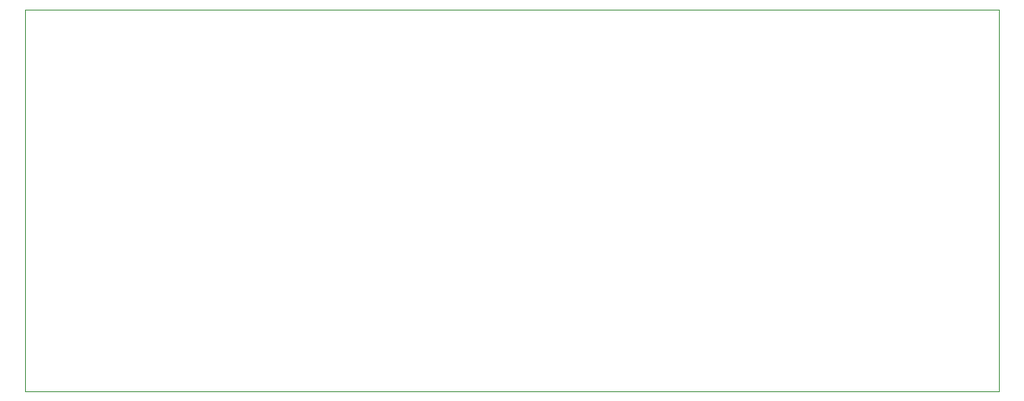
<source format=gm1>
G04 #@! TF.GenerationSoftware,KiCad,Pcbnew,8.0.1*
G04 #@! TF.CreationDate,2024-04-10T03:36:55-04:00*
G04 #@! TF.ProjectId,ieee_pcb_workshop,69656565-5f70-4636-925f-776f726b7368,rev?*
G04 #@! TF.SameCoordinates,Original*
G04 #@! TF.FileFunction,Profile,NP*
%FSLAX46Y46*%
G04 Gerber Fmt 4.6, Leading zero omitted, Abs format (unit mm)*
G04 Created by KiCad (PCBNEW 8.0.1) date 2024-04-10 03:36:55*
%MOMM*%
%LPD*%
G01*
G04 APERTURE LIST*
G04 #@! TA.AperFunction,Profile*
%ADD10C,0.100000*%
G04 #@! TD*
G04 APERTURE END LIST*
D10*
X48006000Y-125292000D02*
X150006000Y-125292000D01*
X150006000Y-165292000D01*
X48006000Y-165292000D01*
X48006000Y-125292000D01*
M02*

</source>
